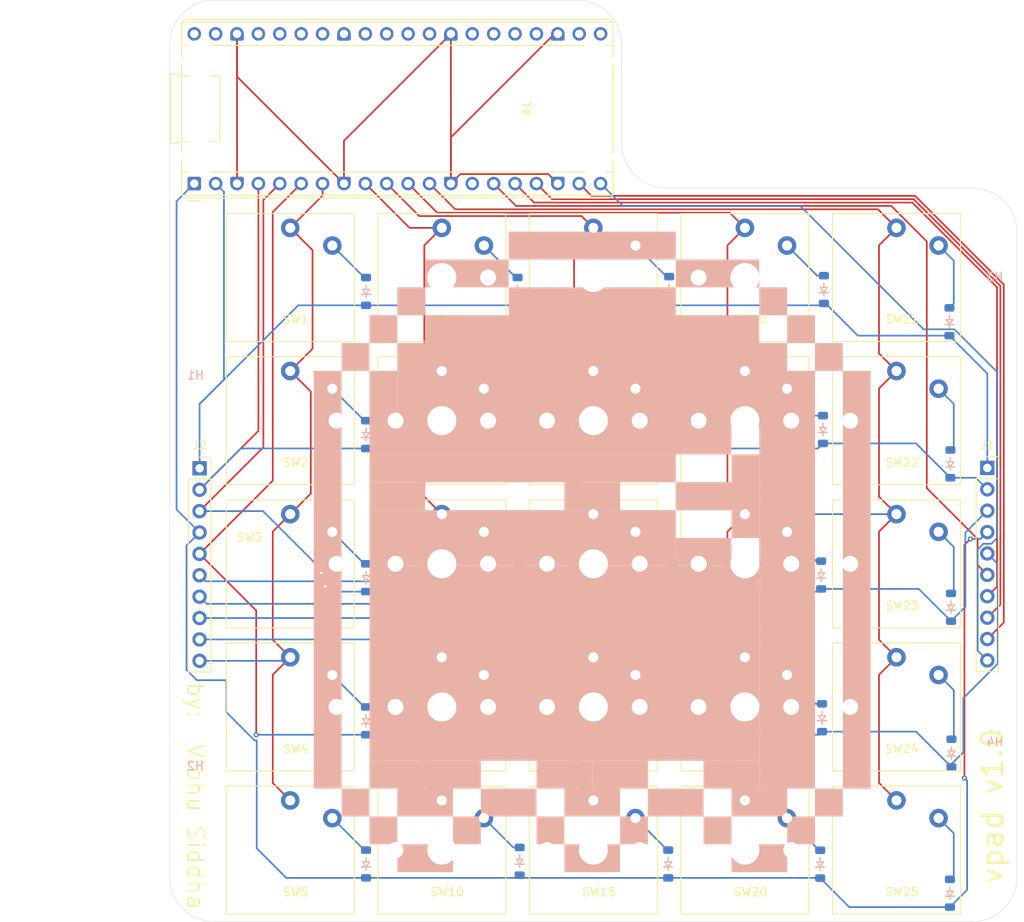
<source format=kicad_pcb>
(kicad_pcb (version 20241229) (generator "pcbnew") (generator_version "9.0")
  (layers (0 "F.Cu" signal) (2 "B.Cu" signal) (13 "F.Paste" user) (15 "B.Paste" user) (5 "F.SilkS" user "F.Silkscreen") (7 "B.SilkS" user "B.Silkscreen") (1 "F.Mask" user) (3 "B.Mask" user) (25 "Edge.Cuts" user))
  (net 0 "")
  (net 1 "COL3")
  (net 2 "Net-(A1-GND-Pad13)")
  (net 3 "ROW5")
  (net 4 "COL2")
  (net 5 "COL5")
  (net 7 "ROW4")
  (net 10 "ROW1")
  (net 11 "ROW2")
  (net 14 "ROW3")
  (net 15 "COL1")
  (net 17 "COL4")
  (net 22 "Net-(D1-A)")
  (net 23 "Net-(D2-A)")
  (net 24 "Net-(D3-A)")
  (net 25 "Net-(D4-A)")
  (net 26 "Net-(D5-A)")
  (net 27 "Net-(D6-A)")
  (net 28 "Net-(D7-A)")
  (net 29 "Net-(D8-A)")
  (net 30 "Net-(D9-A)")
  (net 31 "Net-(D10-A)")
  (net 32 "Net-(D11-A)")
  (net 33 "Net-(D12-A)")
  (net 34 "Net-(D13-A)")
  (net 35 "Net-(D14-A)")
  (net 36 "Net-(D15-A)")
  (net 37 "Net-(D16-A)")
  (net 38 "Net-(D17-A)")
  (net 39 "Net-(D18-A)")
  (net 40 "Net-(D19-A)")
  (net 41 "Net-(D20-A)")
  (net 42 "Net-(D21-A)")
  (net 43 "Net-(D22-A)")
  (net 44 "Net-(D23-A)")
  (net 45 "Net-(D24-A)")
  (net 46 "Net-(D25-A)")
  (net 55 "COL9")
  (net 56 "COL8")
  (net 57 "COL7")
  (net 58 "COL10")
  (net 59 "COL6")
  (footprint "ScottoKeebs_Choc:Choc_V1_1.00u" (layer "F.Cu") (at 80.66 77.865)
    (property "Reference" "SW7")
    (property "Value" "SW_Push_45deg" (hide yes))
  )
  (footprint "ScottoKeebs_Choc:Choc_V1_1.00u" (layer "F.Cu") (at 80.66 60.865)
    (property "Reference" "SW6")
    (property "Value" "SW_Push_45deg" (hide yes))
  )
  (footprint "ScottoKeebs_Choc:Choc_V1_1.00u" (layer "F.Cu") (at 62.66 128.865)
    (property "Reference" "SW5")
    (property "Value" "SW_Push_45deg" (hide yes))
  )
  (footprint "ScottoKeebs_Choc:Choc_V1_1.00u" (layer "F.Cu") (at 116.66 111.865)
    (property "Reference" "SW19")
    (property "Value" "SW_Push_45deg" (hide yes))
  )
  (footprint "Module:RaspberryPi_Pico_Common_THT" (layer "F.Cu") (at 51.26 49.705 90)
    (property "Reference" "A1")
    (property "Value" "RaspberryPi_Pico" (hide yes))
  )
  (footprint "ScottoKeebs_Choc:Choc_V1_1.00u" (layer "F.Cu") (at 134.66 128.865)
    (property "Reference" "SW25")
    (property "Value" "SW_Push_45deg" (hide yes))
  )
  (footprint "ScottoKeebs_Choc:Choc_V1_1.00u" (layer "F.Cu") (at 134.66 77.865)
    (property "Reference" "SW22")
    (property "Value" "SW_Push_45deg" (hide yes))
  )
  (footprint "ScottoKeebs_Choc:Choc_V1_1.00u" (layer "F.Cu") (at 80.66 128.865)
    (property "Reference" "SW10")
    (property "Value" "SW_Push_45deg" (hide yes))
  )
  (footprint "ScottoKeebs_Choc:Choc_V1_1.00u" (layer "F.Cu") (at 62.66 60.865)
    (property "Reference" "SW1")
    (property "Value" "SW_Push_45deg" (hide yes))
  )
  (footprint "Connector_PinSocket_2.54mm:PinSocket_1x10_P2.54mm_Vertical" (layer "F.Cu") (at 145.45 83.475)
    (property "Reference" "J1")
    (property "Value" "Conn_01x10_Socket" (hide yes))
  )
  (footprint "ScottoKeebs_Choc:Choc_V1_1.00u" (layer "F.Cu") (at 116.66 128.865)
    (property "Reference" "SW20")
    (property "Value" "SW_Push_45deg" (hide yes))
  )
  (footprint "ScottoKeebs_Choc:Choc_V1_1.00u" (layer "F.Cu") (at 116.66 94.865)
    (property "Reference" "SW18")
    (property "Value" "SW_Push_45deg" (hide yes))
  )
  (footprint "ScottoKeebs_Choc:Choc_V1_1.00u" (layer "F.Cu") (at 80.66 111.865)
    (property "Reference" "SW9")
    (property "Value" "SW_Push_45deg" (hide yes))
  )
  (footprint "ScottoKeebs_Choc:Choc_V1_1.00u" (layer "F.Cu") (at 134.66 111.865)
    (property "Reference" "SW24")
    (property "Value" "SW_Push_45deg" (hide yes))
  )
  (footprint "ScottoKeebs_Choc:Choc_V1_1.00u" (layer "F.Cu") (at 62.66 77.865)
    (property "Reference" "SW2")
    (property "Value" "SW_Push_45deg" (hide yes))
  )
  (footprint "ScottoKeebs_Choc:Choc_V1_1.00u" (layer "F.Cu") (at 80.66 94.865)
    (property "Reference" "SW8")
    (property "Value" "SW_Push_45deg" (hide yes))
  )
  (footprint "ScottoKeebs_Choc:Choc_V1_1.00u" (layer "F.Cu") (at 116.66 60.865)
    (property "Reference" "SW16")
    (property "Value" "SW_Push_45deg" (hide yes))
  )
  (footprint "ScottoKeebs_Choc:Choc_V1_1.00u" (layer "F.Cu") (at 116.66 77.865)
    (property "Reference" "SW17")
    (property "Value" "SW_Push_45deg" (hide yes))
  )
  (footprint "ScottoKeebs_Choc:Choc_V1_1.00u" (layer "F.Cu") (at 134.66 94.865)
    (property "Reference" "SW23")
    (property "Value" "SW_Push_45deg" (hide yes))
  )
  (footprint "ScottoKeebs_Choc:Choc_V1_1.00u" (layer "F.Cu") (at 98.66 128.865)
    (property "Reference" "SW15")
    (property "Value" "SW_Push_45deg" (hide yes))
  )
  (footprint "Connector_PinSocket_2.54mm:PinSocket_1x10_P2.54mm_Vertical" (layer "F.Cu") (at 51.89 83.525)
    (property "Reference" "J2")
    (property "Value" "Conn_01x10_Socket" (hide yes))
  )
  (footprint "ScottoKeebs_Choc:Choc_V1_1.00u" (layer "F.Cu") (at 98.66 111.865)
    (property "Reference" "SW14")
    (property "Value" "SW_Push_45deg" (hide yes))
  )
  (footprint "ScottoKeebs_Choc:Choc_V1_1.00u" (layer "F.Cu") (at 134.66 60.865)
    (property "Reference" "SW21")
    (property "Value" "SW_Push_45deg" (hide yes))
  )
  (footprint "ScottoKeebs_Choc:Choc_V1_1.00u" (layer "F.Cu") (at 62.66 94.865)
    (property "Reference" "SW3")
    (property "Value" "SW_Push_45deg" (hide yes))
  )
  (footprint "ScottoKeebs_Choc:Choc_V1_1.00u" (layer "F.Cu") (at 62.66 111.865)
    (property "Reference" "SW4")
    (property "Value" "SW_Push_45deg" (hide yes))
  )
  (footprint "ScottoKeebs_Choc:Choc_V1_1.00u" (layer "F.Cu") (at 98.66 60.865)
    (property "Reference" "SW11")
    (property "Value" "SW_Push_45deg" (hide yes))
  )
  (footprint "ScottoKeebs_Choc:Choc_V1_1.00u" (layer "F.Cu") (at 98.66 94.865)
    (property "Reference" "SW13")
    (property "Value" "SW_Push_45deg" (hide yes))
  )
  (footprint "ScottoKeebs_Choc:Choc_V1_1.00u" (layer "F.Cu") (at 98.66 77.865)
    (property "Reference" "SW12")
    (property "Value" "SW_Push_45deg" (hide yes))
  )
  (footprint "ScottoKeebs_Components:Diode_SOD-123" (layer "B.Cu") (at 89.74 96.545 90)
    (property "Reference" "D8" (hide yes))
    (property "Value" "D" (hide yes))
  )
  (footprint "ScottoKeebs_Components:Diode_SOD-123" (layer "B.Cu") (at 107.66 62.405 90)
    (property "Reference" "D11" (hide yes))
    (property "Value" "D" (hide yes))
  )
  (footprint "ScottoKeebs_Components:Diode_SOD-123" (layer "B.Cu") (at 89.91 113.295 90)
    (property "Reference" "D9" (hide yes))
    (property "Value" "D" (hide yes))
  )
  (footprint "ScottoKeebs_Components:Diode_SOD-123" (layer "B.Cu") (at 141.06 82.995 90)
    (property "Reference" "D22" (hide yes))
    (property "Value" "D" (hide yes))
  )
  (footprint "ScottoKeebs_Components:Diode_SOD-123" (layer "B.Cu") (at 140.95 66.115 90)
    (property "Reference" "D21" (hide yes))
    (property "Value" "D" (hide yes))
  )
  (footprint "ScottoKeebs_Components:Diode_SOD-123" (layer "B.Cu") (at 71.66 62.515 90)
    (property "Reference" "D1" (hide yes))
    (property "Value" "D" (hide yes))
  )
  (footprint "ScottoKeebs_Components:Diode_SOD-123" (layer "B.Cu") (at 71.66 96.515 90)
    (property "Reference" "D3" (hide yes))
    (property "Value" "D" (hide yes))
  )
  (footprint "MountingHole:MountingHole_3.2mm_M3" (layer "B.Cu") (at 51.41 68.3025)
    (property "Reference" "H1")
    (property "Value" "MountingHole" (hide yes))
  )
  (footprint "ScottoKeebs_Components:Diode_SOD-123" (layer "B.Cu") (at 125.82 113.145 90)
    (property "Reference" "D19" (hide yes))
    (property "Value" "D" (hide yes))
  )
  (footprint "ScottoKeebs_Components:Diode_SOD-123" (layer "B.Cu") (at 107.55 130.515 90)
    (property "Reference" "D15" (hide yes))
    (property "Value" "D" (hide yes))
  )
  (footprint "MountingHole:MountingHole_3.2mm_M3" (layer "B.Cu") (at 51.39 114.715)
    (property "Reference" "H2")
    (property "Value" "MountingHole" (hide yes))
  )
  (footprint "ScottoKeebs_Components:Diode_SOD-123" (layer "B.Cu") (at 141.01 133.985 90)
    (property "Reference" "D25" (hide yes))
    (property "Value" "D" (hide yes))
  )
  (footprint "ScottoKeebs_Components:Diode_SOD-123" (layer "B.Cu") (at 71.66 130.515 90)
    (property "Reference" "D5" (hide yes))
    (property "Value" "D" (hide yes))
  )
  (footprint "ScottoKeebs_Components:Diode_SOD-123" (layer "B.Cu") (at 141.14 100.025 90)
    (property "Reference" "D23" (hide yes))
    (property "Value" "D" (hide yes))
  )
  (footprint "ScottoKeebs_Components:Diode_SOD-123" (layer "B.Cu") (at 89.91 130.195 90)
    (property "Reference" "D10" (hide yes))
    (property "Value" "D" (hide yes))
  )
  (footprint "ScottoKeebs_Components:Diode_SOD-123" (layer "B.Cu") (at 125.93 78.915 90)
    (property "Reference" "D17" (hide yes))
    (property "Value" "D" (hide yes))
  )
  (footprint "ScottoKeebs_Components:Diode_SOD-123" (layer "B.Cu") (at 126.04 62.295 90)
    (property "Reference" "D16" (hide yes))
    (property "Value" "D" (hide yes))
  )
  (footprint "ScottoKeebs_Components:Diode_SOD-123" (layer "B.Cu") (at 71.66 113.515 90)
    (property "Reference" "D4" (hide yes))
    (property "Value" "D" (hide yes))
  )
  (footprint "ScottoKeebs_Components:Diode_SOD-123" (layer "B.Cu") (at 125.71 96.195 90)
    (property "Reference" "D18" (hide yes))
    (property "Value" "D" (hide yes))
  )
  (footprint "ScottoKeebs_Components:Diode_SOD-123" (layer "B.Cu") (at 141.19 117.345 90)
    (property "Reference" "D24" (hide yes))
    (property "Value" "D" (hide yes))
  )
  (footprint "MountingHole:MountingHole_3.2mm_M3" (layer "B.Cu") (at 146.35 111.855)
    (property "Reference" "H4")
    (property "Value" "MountingHole" (hide yes))
  )
  (footprint "ScottoKeebs_Components:Diode_SOD-123" (layer "B.Cu") (at 89.72 79.435 90)
    (property "Reference" "D7" (hide yes))
    (property "Value" "D" (hide yes))
  )
  (footprint "ScottoKeebs_Components:Diode_SOD-123" (layer "B.Cu") (at 107.94 96.385 90)
    (property "Reference" "D13" (hide yes))
    (property "Value" "D" (hide yes))
  )
  (footprint "ScottoKeebs_Components:Diode_SOD-123" (layer "B.Cu") (at 107.72 113.035 90)
    (property "Reference" "D14" (hide yes))
    (property "Value" "D" (hide yes))
  )
  (footprint "ScottoKeebs_Components:Diode_SOD-123" (layer "B.Cu") (at 125.6 130.535 90)
    (property "Reference" "D20" (hide yes))
    (property "Value" "D" (hide yes))
  )
  (footprint "ScottoKeebs_Components:Diode_SOD-123" (layer "B.Cu") (at 107.78 79.155 90)
    (property "Reference" "D12" (hide yes))
    (property "Value" "D" (hide yes))
  )
  (footprint "ScottoKeebs_Components:Diode_SOD-123" (layer "B.Cu") (at 89.66 62.515 90)
    (property "Reference" "D6" (hide yes))
    (property "Value" "D" (hide yes))
  )
  (footprint "MountingHole:MountingHole_3.2mm_M3" (layer "B.Cu") (at 146.33 56.635)
    (property "Reference" "H3")
    (property "Value" "MountingHole" (hide yes))
  )
  (footprint "ScottoKeebs_Components:Diode_SOD-123" (layer "B.Cu") (at 71.66 79.515 90)
    (property "Reference" "D2" (hide yes))
    (property "Value" "D" (hide yes))
  )
  (gr_poly (pts (xy 108.446458 88.49) (xy 115.06104 88.49) (xy 115.06104 85.182708) (xy 108.446458 85.182708)) (fill yes) (layer "B.SilkS"))
  (gr_poly (pts (xy 115.06104 124.870205) (xy 121.675624 124.870205) (xy 121.675624 121.562915) (xy 115.06104 121.562915)) (fill yes) (layer "B.SilkS"))
  (gr_poly (pts (xy 72.066253 68.646251) (xy 75.373543 68.646251) (xy 75.373543 65.338959) (xy 72.066253 65.338959)) (fill yes) (layer "B.SilkS"))
  (gr_poly (pts (xy 72.066253 95.104583) (xy 108.446458 95.104583) (xy 108.446458 88.49) (xy 72.066253 88.49)) (fill yes) (layer "B.SilkS"))
  (gr_poly (pts (xy 111.753749 128.1775) (xy 115.06104 128.1775) (xy 115.06104 124.870205) (xy 111.753749 124.870205)) (fill yes) (layer "B.SilkS"))
  (gr_poly (pts (xy 95.21729 88.49) (xy 101.831875 88.49) (xy 101.831875 85.182708) (xy 95.21729 85.182708)) (fill yes) (layer "B.SilkS"))
  (gr_poly (pts (xy 75.373543 131.48479) (xy 81.988128 131.48479) (xy 81.988128 128.1775) (xy 75.373543 128.1775)) (fill yes) (layer "B.SilkS"))
  (gr_poly (pts (xy 72.066253 121.562915) (xy 78.680833 121.562915) (xy 78.680833 118.255625) (xy 72.066253 118.255625)) (fill yes) (layer "B.SilkS"))
  (gr_poly (pts (xy 95.21729 124.870205) (xy 101.831875 124.870205) (xy 101.831875 121.562915) (xy 95.21729 121.562915)) (fill yes) (layer "B.SilkS"))
  (gr_poly (pts (xy 121.675624 128.1775) (xy 124.982915 128.1775) (xy 124.982915 124.870205) (xy 121.675624 124.870205)) (fill yes) (layer "B.SilkS"))
  (gr_poly (pts (xy 124.982915 71.953543) (xy 128.290206 71.953543) (xy 128.290206 68.646251) (xy 124.982915 68.646251)) (fill yes) (layer "B.SilkS"))
  (gr_poly (pts (xy 108.446458 95.104583) (xy 115.06104 95.104583) (xy 115.06104 91.797293) (xy 108.446458 91.797293)) (fill yes) (layer "B.SilkS"))
  (gr_poly (pts (xy 105.139165 124.870205) (xy 111.753749 124.870205) (xy 111.753749 121.562915) (xy 105.139165 121.562915)) (fill yes) (layer "B.SilkS"))
  (gr_poly (pts (xy 65.451668 121.562915) (xy 68.758958 121.562915) (xy 68.758958 71.953543) (xy 65.451668 71.953543)) (fill yes) (layer "B.SilkS"))
  (gr_poly (pts (xy 75.373543 124.870205) (xy 81.988128 124.870205) (xy 81.988128 121.562915) (xy 75.373543 121.562915)) (fill yes) (layer "B.SilkS"))
  (gr_poly (pts (xy 118.368332 121.562915) (xy 124.982915 121.562915) (xy 124.982915 71.953543) (xy 118.368332 71.953543)) (fill yes) (layer "B.SilkS"))
  (gr_poly (pts (xy 78.680833 121.562915) (xy 85.295418 121.562915) (xy 85.295418 118.255625) (xy 78.680833 118.255625)) (fill yes) (layer "B.SilkS"))
  (gr_poly (pts (xy 118.368332 65.338959) (xy 121.675624 65.338959) (xy 121.675624 62.031668) (xy 118.368332 62.031668)) (fill yes) (layer "B.SilkS"))
  (gr_poly (pts (xy 75.373543 78.568125) (xy 81.988128 78.568125) (xy 81.988128 68.646251) (xy 75.373543 68.646251)) (fill yes) (layer "B.SilkS"))
  (gr_poly (pts (xy 78.680833 62.031668) (xy 88.602708 62.031668) (xy 88.602708 58.724377) (xy 78.680833 58.724377)) (fill yes) (layer "B.SilkS"))
  (gr_poly (pts (xy 91.91 128.1775) (xy 95.21729 128.1775) (xy 95.21729 124.870205) (xy 91.91 124.870205)) (fill yes) (layer "B.SilkS"))
  (gr_poly (pts (xy 115.06104 131.48479) (xy 121.675624 131.48479) (xy 121.675624 128.1775) (xy 115.06104 128.1775)) (fill yes) (layer "B.SilkS"))
  (gr_poly (pts (xy 88.602708 75.260834) (xy 108.446458 75.260834) (xy 108.446458 62.031668) (xy 88.602708 62.031668)) (fill yes) (layer "B.SilkS"))
  (gr_poly (pts (xy 95.21729 131.48479) (xy 101.831875 131.48479) (xy 101.831875 128.1775) (xy 95.21729 128.1775)) (fill yes) (layer "B.SilkS"))
  (gr_poly (pts (xy 75.373543 65.338959) (xy 78.680833 65.338959) (xy 78.680833 62.031668) (xy 75.373543 62.031668)) (fill yes) (layer "B.SilkS"))
  (gr_poly (pts (xy 72.066253 88.49) (xy 78.680833 88.49) (xy 78.680833 85.182708) (xy 72.066253 85.182708)) (fill yes) (layer "B.SilkS"))
  (gr_poly (pts (xy 72.066253 81.875418) (xy 115.06104 81.875418) (xy 115.06104 78.568125) (xy 72.066253 78.568125)) (fill yes) (layer "B.SilkS"))
  (gr_poly (pts (xy 98.524583 121.562915) (xy 105.139165 121.562915) (xy 105.139165 118.255625) (xy 98.524583 118.255625)) (fill yes) (layer "B.SilkS"))
  (gr_poly (pts (xy 108.446458 62.031668) (xy 118.368332 62.031668) (xy 118.368332 58.724377) (xy 108.446458 58.724377)) (fill yes) (layer "B.SilkS"))
  (gr_poly (pts (xy 108.446458 88.49) (xy 115.06104 88.49) (xy 115.06104 85.182708) (xy 108.446458 85.182708)) (fill yes) (layer "B.SilkS"))
  (gr_poly (pts (xy 115.06104 91.797293) (xy 118.368332 91.797293) (xy 118.368332 81.875418) (xy 115.06104 81.875418)) (fill yes) (layer "B.SilkS"))
  (gr_poly (pts (xy 72.066253 78.568125) (xy 75.373543 78.568125) (xy 75.373543 71.953543) (xy 72.066253 71.953543)) (fill yes) (layer "B.SilkS"))
  (gr_poly (pts (xy 68.758958 124.870205) (xy 72.066253 124.870205) (xy 72.066253 121.562915) (xy 68.758958 121.562915)) (fill yes) (layer "B.SilkS"))
  (gr_poly (pts (xy 78.680833 78.568125) (xy 118.368332 78.568125) (xy 118.368332 65.338959) (xy 78.680833 65.338959)) (fill yes) (layer "B.SilkS"))
  (gr_poly (pts (xy 121.675624 68.646251) (xy 124.982915 68.646251) (xy 124.982915 65.338959) (xy 121.675624 65.338959)) (fill yes) (layer "B.SilkS"))
  (gr_poly (pts (xy 72.066253 128.1775) (xy 75.373543 128.1775) (xy 75.373543 124.870205) (xy 72.066253 124.870205)) (fill yes) (layer "B.SilkS"))
  (gr_poly (pts (xy 111.753749 121.562915) (xy 118.368332 121.562915) (xy 118.368332 118.255625) (xy 111.753749 118.255625)) (fill yes) (layer "B.SilkS"))
  (gr_poly (pts (xy 115.06104 78.568125) (xy 121.675624 78.568125) (xy 121.675624 68.646251) (xy 115.06104 68.646251)) (fill yes) (layer "B.SilkS"))
  (gr_poly (pts (xy 72.066253 85.182708) (xy 108.446458 85.182708) (xy 108.446458 81.875418) (xy 72.066253 81.875418)) (fill yes) (layer "B.SilkS"))
  (gr_poly (pts (xy 128.290206 121.562915) (xy 131.597498 121.562915) (xy 131.597498 71.953543) (xy 128.290206 71.953543)) (fill yes) (layer "B.SilkS"))
  (gr_poly (pts (xy 85.295418 124.870205) (xy 91.91 124.870205) (xy 91.91 121.562915) (xy 85.295418 121.562915)) (fill yes) (layer "B.SilkS"))
  (gr_poly (pts (xy 124.982915 124.870205) (xy 128.290206 124.870205) (xy 128.290206 121.562915) (xy 124.982915 121.562915)) (fill yes) (layer "B.SilkS"))
  (gr_poly (pts (xy 68.758958 71.953543) (xy 72.066253 71.953543) (xy 72.066253 68.646251) (xy 68.758958 68.646251)) (fill yes) (layer "B.SilkS"))
  (gr_poly (pts (xy 88.602708 58.724377) (xy 108.446458 58.724377) (xy 108.446458 55.417085) (xy 88.602708 55.417085)) (fill yes) (layer "B.SilkS"))
  (gr_poly (pts (xy 101.831875 128.1775) (xy 105.139165 128.1775) (xy 105.139165 124.870205) (xy 101.831875 124.870205)) (fill yes) (layer "B.SilkS"))
  (gr_poly (pts (xy 72.066253 118.255625) (xy 118.368332 118.255625) (xy 118.368332 95.104583) (xy 72.066253 95.104583)) (fill yes) (layer "B.SilkS"))
  (gr_poly (pts (xy 91.91 121.562915) (xy 98.524583 121.562915) (xy 98.524583 118.255625) (xy 91.91 118.255625)) (fill yes) (layer "B.SilkS"))
  (gr_poly (pts (xy 81.988128 128.1775) (xy 85.295418 128.1775) (xy 85.295418 124.870205) (xy 81.988128 124.870205)) (fill yes) (layer "B.SilkS"))
  (gr_arc (start 148.9725 132.0525) (mid 147.416505 135.809005) (end 143.66 137.365) (stroke (width 0.05)) (layer "Edge.Cuts"))
  (gr_arc (start 48.3475 33.24) (mid 49.903495 29.483495) (end 53.66 27.9275) (stroke (width 0.05)) (layer "Edge.Cuts"))
  (gr_line (start 53.66 137.365) (end 143.66 137.365) (stroke (width 0.05)) (layer "Edge.Cuts"))
  (gr_arc (start 53.66 137.365) (mid 49.903495 135.809005) (end 48.3475 132.0525) (stroke (width 0.05)) (layer "Edge.Cuts"))
  (gr_line (start 53.66 27.9275) (end 96.7225 27.9275) (stroke (width 0.05)) (layer "Edge.Cuts"))
  (gr_arc (start 107.3475 50.24) (mid 103.590995 48.684005) (end 102.035 44.9275) (stroke (width 0.05)) (layer "Edge.Cuts"))
  (gr_arc (start 143.66 50.24) (mid 147.416505 51.795995) (end 148.9725 55.5525) (stroke (width 0.05)) (layer "Edge.Cuts"))
  (gr_arc (start 96.7225 27.9275) (mid 100.479005 29.483495) (end 102.035 33.24) (stroke (width 0.05)) (layer "Edge.Cuts"))
  (gr_line (start 148.9725 55.5525) (end 148.9725 132.0525) (stroke (width 0.05)) (layer "Edge.Cuts"))
  (gr_line (start 48.3475 33.24) (end 48.3475 132.0525) (stroke (width 0.05)) (layer "Edge.Cuts"))
  (gr_line (start 107.3475 50.24) (end 143.66 50.24) (stroke (width 0.05)) (layer "Edge.Cuts"))
  (gr_line (start 102.035 33.24) (end 102.035 44.9275) (stroke (width 0.05)) (layer "Edge.Cuts"))
  (gr_text "by:  Vibhu Siddha" (at 50.24 108.785 270) (layer "F.SilkS") (effects (font (size 2 2) (thickness 0.2)) (justify left bottom)))
  (gr_text "vpad v1.0\n" (at 147.5 133.055 90) (layer "F.SilkS") (effects (font (size 2.5 2.5) (thickness 0.3)) (justify left bottom)))
  (segment (start 96.37 57.255) (end 96.37 69.675) (width 0.2) (layer "F.Cu") (net 1))
  (segment (start 77.979 53.564) (end 74.12 49.705) (width 0.2) (layer "F.Cu") (net 1))
  (segment (start 98.66 105.965) (end 96.584 103.889) (width 0.2) (layer "F.Cu") (net 1))
  (segment (start 96.584 120.889) (end 98.66 122.965) (width 0.2) (layer "F.Cu") (net 1))
  (segment (start 98.66 71.965) (end 96.584 74.041) (width 0.2) (layer "F.Cu") (net 1))
  (segment (start 96.584 91.041) (end 98.66 88.965) (width 0.2) (layer "F.Cu") (net 1))
  (segment (start 98.66 54.965) (end 97.259 53.564) (width 0.2) (layer "F.Cu") (net 1))
  (segment (start 98.66 54.965) (end 96.37 57.255) (width 0.2) (layer "F.Cu") (net 1))
  (segment (start 96.584 103.889) (end 96.584 91.041) (width 0.2) (layer "F.Cu") (net 1))
  (segment (start 96.584 74.041) (end 96.584 86.889) (width 0.2) (layer "F.Cu") (net 1))
  (segment (start 96.584 86.889) (end 98.66 88.965) (width 0.2) (layer "F.Cu") (net 1))
  (segment (start 96.584 108.041) (end 96.584 120.889) (width 0.2) (layer "F.Cu") (net 1))
  (segment (start 96.37 69.675) (end 98.66 71.965) (width 0.2) (layer "F.Cu") (net 1))
  (segment (start 98.66 105.965) (end 96.584 108.041) (width 0.2) (layer "F.Cu") (net 1))
  (segment (start 97.259 53.564) (end 77.979 53.564) (width 0.2) (layer "F.Cu") (net 1))
  (segment (start 51.89 101.305) (end 94 101.305) (width 0.2) (layer "B.Cu") (net 1))
  (segment (start 94 101.305) (end 98.66 105.965) (width 0.2) (layer "B.Cu") (net 1))
  (segment (start 56.34 49.705) (end 56.34 31.925) (width 0.2) (layer "F.Cu") (net 2))
  (segment (start 69.04 49.705) (end 69.04 44.625) (width 0.2) (layer "F.Cu") (net 2))
  (segment (start 69.04 44.625) (end 81.74 31.925) (width 0.2) (layer "F.Cu") (net 2))
  (segment (start 81.74 44.222164) (end 94.037164 31.925) (width 0.2) (layer "F.Cu") (net 2))
  (segment (start 93.31 48.575) (end 82.87 48.575) (width 0.2) (layer "F.Cu") (net 2))
  (segment (start 56.34 31.925) (end 56.34 37.005) (width 0.2) (layer "F.Cu") (net 2))
  (segment (start 81.74 49.705) (end 81.74 44.222164) (width 0.2) (layer "F.Cu") (net 2))
  (segment (start 94.037164 31.925) (end 94.44 31.925) (width 0.2) (layer "F.Cu") (net 2))
  (segment (start 94.44 49.705) (end 93.31 48.575) (width 0.2) (layer "F.Cu") (net 2))
  (segment (start 82.87 48.575) (end 81.74 49.705) (width 0.2) (layer "F.Cu") (net 2))
  (segment (start 56.34 37.005) (end 69.04 49.705) (width 0.2) (layer "F.Cu") (net 2))
  (segment (start 81.74 31.925) (end 81.74 49.705) (width 0.2) (layer "F.Cu") (net 2))
  (segment (start 142.73 120.315) (end 142.73 92.615) (width 0.2) (layer "F.Cu") (net 3))
  (segment (start 142.73 92.615) (end 143.44 91.905) (width 0.2) (layer "F.Cu") (net 3))
  (via (at 143.44 91.905) (size 0.6) (drill 0.3) (layers "F.Cu" "B.Cu") (net 3))
  (via (at 142.73 120.315) (size 0.6) (drill 0.3) (layers "F.Cu" "B.Cu") (net 3))
  (segment (start 49.16 51.805) (end 51.26 49.705) (width 0.2) (layer "B.Cu") (net 3))
  (segment (start 51.89 91.145) (end 49.16 88.415) (width 0.2) (layer "B.Cu") (net 3))
  (segment (start 143.053428 133.591572) (end 143.053428 120.638428) (width 0.2) (layer "B.Cu") (net 3))
  (segment (start 55.05 108.685) (end 51.573008 108.685) (width 0.2) (layer "B.Cu") (net 3))
  (segment (start 125.58 132.165) (end 125.6 132.185) (width 0.2) (layer "B.Cu") (net 3))
  (segment (start 51.89 91.145) (end 50.338 92.697) (width 0.2) (layer "B.Cu") (net 3))
  (segment (start 51.573008 108.685) (end 50.338 107.449992) (width 0.2) (layer "B.Cu") (net 3))
  (segment (start 50.338 92.697) (end 50.338 107.449992) (width 0.2) (layer "B.Cu") (net 3))
  (segment (start 55.05 112.465) (end 55.05 108.685) (width 0.2) (layer "B.Cu") (net 3))
  (segment (start 58.68 128.655) (end 62.19 132.165) (width 0.2) (layer "B.Cu") (net 3))
  (segment (start 144.64 91.905) (end 145.45 91.095) (width 0.2) (layer "B.Cu") (net 3))
  (segment (start 141.01 135.635) (end 129.05 135.635) (width 0.2) (layer "B.Cu") (net 3))
  (segment (start 62.19 132.165) (end 71.66 132.165) (width 0.2) (layer "B.Cu") (net 3))
  (segment (start 71.66 132.165) (end 125.58 132.165) (width 0.2) (layer "B.Cu") (net 3))
  (segment (start 143.44 91.905) (end 144.64 91.905) (width 0.2) (layer "B.Cu") (net 3))
  (segment (start 143.053428 120.638428) (end 142.73 120.315) (width 0.2) (layer "B.Cu") (net 3))
  (segment (start 49.16 88.415) (end 49.16 51.805) (width 0.2) (layer "B.Cu") (net 3))
  (segment (start 129.05 135.635) (end 125.6 132.185) (width 0.2) (layer "B.Cu") (net 3))
  (segment (start 141.01 135.635) (end 143.053428 133.591572) (width 0.2) (layer "B.Cu") (net 3))
  (segment (start 58.42 115.835) (end 55.05 112.465) (width 0.2) (layer "B.Cu") (net 3))
  (segment (start 58.68 115.835) (end 58.42 115.835) (width 0.2) (layer "B.Cu") (net 3))
  (segment (start 58.68 115.835) (end 58.68 128.655) (width 0.2) (layer "B.Cu") (net 3))
  (segment (start 78.584 103.889) (end 80.66 105.965) (width 0.2) (layer "F.Cu") (net 4))
  (segment (start 78.584 69.889) (end 80.66 71.965) (width 0.2) (layer "F.Cu") (net 4))
  (segment (start 78.584 57.041) (end 78.584 69.889) (width 0.2) (layer "F.Cu") (net 4))
  (segment (start 80.66 88.965) (end 78.584 91.041) (width 0.2) (layer "F.Cu") (net 4))
  (segment (start 80.66 54.965) (end 76.84 54.965) (width 0.2) (layer "F.Cu") (net 4))
  (segment (start 76.84 54.965) (end 71.58 49.705) (width 0.2) (layer "F.Cu") (net 4))
  (segment (start 78.584 91.041) (end 78.584 103.889) (width 0.2) (layer "F.Cu") (net 4))
  (segment (start 78.584 120.889) (end 78.584 108.041) (width 0.2) (layer "F.Cu") (net 4))
  (segment (start 78.584 108.041) (end 80.66 105.965) (width 0.2) (layer "F.Cu") (net 4))
  (segment (start 78.584 74.041) (end 78.584 86.889) (width 0.2) (layer "F.Cu") (net 4))
  (segment (start 78.584 86.889) (end 80.66 88.965) (width 0.2) (layer "F.Cu") (net 4))
  (segment (start 80.66 122.965) (end 78.584 120.889) (width 0.2) (layer "F.Cu") (net 4))
  (segment (start 80.66 71.965) (end 78.584 74.041) (width 0.2) (layer "F.Cu") (net 4))
  (segment (start 80.66 54.965) (end 78.584 57.041) (width 0.2) (layer "F.Cu") (net 4))
  (segment (start 51.89 103.845) (end 78.54 103.845) (width 0.2) (layer "B.Cu") (net 4))
  (segment (start 78.54 103.845) (end 80.66 105.965) (width 0.2) (layer "B.Cu") (net 4))
  (segment (start 132.584 120.889) (end 132.584 108.041) (width 0.2) (layer "F.Cu") (net 5))
  (segment (start 134.66 122.965) (end 132.584 120.889) (width 0.2) (layer "F.Cu") (net 5))
  (segment (start 134.66 54.965) (end 132.584 57.041) (width 0.2) (layer "F.Cu") (net 5))
  (segment (start 132.584 57.041) (end 132.584 69.889) (width 0.2) (layer "F.Cu") (net 5))
  (segment (start 132.584 74.041) (end 134.66 71.965) (width 0.2) (layer "F.Cu") (net 5))
  (segment (start 79.2 49.705) (end 82.257 52.762) (width 0.2) (layer "F.Cu") (net 5))
  (segment (start 132.584 69.889) (end 134.66 71.965) (width 0.2) (layer "F.Cu") (net 5))
  (segment (start 132.584 103.889) (end 134.66 105.965) (width 0.2) (layer "F.Cu") (net 5))
  (segment (start 132.584 108.041) (end 134.66 105.965) (width 0.2) (layer "F.Cu") (net 5))
  (segment (start 132.584 91.041) (end 132.584 103.889) (width 0.2) (layer "F.Cu") (net 5))
  (segment (start 134.66 88.965) (end 132.584 91.041) (width 0.2) (layer "F.Cu") (net 5))
  (segment (start 134.66 88.965) (end 132.584 86.889) (width 0.2) (layer "F.Cu") (net 5))
  (segment (start 132.457 52.762) (end 134.66 54.965) (width 0.2) (layer "F.Cu") (net 5))
  (segment (start 132.584 86.889) (end 132.584 74.041) (width 0.2) (layer "F.Cu") (net 5))
  (segment (start 82.257 52.762) (end 132.457 52.762) (width 0.2) (layer "F.Cu") (net 5))
  (segment (start 121.778686 88.965) (end 134.66 88.965) (width 0.2) (layer "B.Cu") (net 5))
  (segment (start 120.259 94.447314) (end 120.259 90.484686) (width 0.2) (layer "B.Cu") (net 5))
  (segment (start 51.89 96.225) (end 52.606 96.941) (width 0.2) (layer "B.Cu") (net 5))
  (segment (start 120.259 90.484686) (end 121.778686 88.965) (width 0.2) (layer "B.Cu") (net 5))
  (segment (start 52.606 96.941) (end 117.765314 96.941) (width 0.2) (layer "B.Cu") (net 5))
  (segment (start 117.765314 96.941) (end 120.259 94.447314) (width 0.2) (layer "B.Cu") (net 5))
  (segment (start 63.96 49.705) (end 60.584 53.081) (width 0.2) (layer "F.Cu") (net 7))
  (segment (start 51.89 93.685) (end 60.584 84.991) (width 0.2) (layer "F.Cu") (net 7))
  (segment (start 58.620108 115.165) (end 58.620108 100.415108) (width 0.2) (layer "F.Cu") (net 7))
  (segment (start 60.584 84.991) (end 60.584 53.331) (width 0.2) (layer "F.Cu") (net 7))
  (segment (start 58.620108 100.415108) (end 51.89 93.685) (width 0.2) (layer "F.Cu") (net 7))
  (segment (start 60.584 53.081) (end 60.584 53.331) (width 0.2) (layer "F.Cu") (net 7))
  (via (at 58.620108 115.165) (size 0.6) (drill 0.3) (layers "F.Cu" "B.Cu") (net 7))
  (segment (start 141.19 118.995) (end 141.19 118.645) (width 0.2) (layer "B.Cu") (net 7))
  (segment (start 146.69 94.875) (end 146.69 106.725) (width 0.2) (layer "B.Cu") (net 7))
  (segment (start 125.45 115.165) (end 125.82 114.795) (width 0.2) (layer "B.Cu") (net 7))
  (segment (start 146.69 106.725) (end 142.6 110.815) (width 0.2) (layer "B.Cu") (net 7))
  (segment (start 145.45 93.635) (end 146.69 94.875) (width 0.2) (layer "B.Cu") (net 7))
  (segment (start 58.620108 115.165) (end 71.66 115.165) (width 0.2) (layer "B.Cu") (net 7))
  (segment (start 142.6 110.815) (end 142.6 117.235) (width 0.2) (layer "B.Cu") (net 7))
  (segment (start 125.82 114.795) (end 136.99 114.795) (width 0.2) (layer "B.Cu") (net 7))
  (segment (start 136.99 114.795) (end 141.19 118.995) (width 0.2) (layer "B.Cu") (net 7))
  (segment (start 141.19 118.645) (end 142.6 117.235) (width 0.2) (layer "B.Cu") (net 7))
  (segment (start 71.66 115.165) (end 125.45 115.165) (width 0.2) (layer "B.Cu") (net 7))
  (segment (start 54.785 50.69) (end 54.785 72.99) (width 0.2) (layer "B.Cu") (net 10))
  (segment (start 71.66 64.165) (end 125.82 64.165) (width 0.2) (layer "B.Cu") (net 10))
  (segment (start 140.95 67.765) (end 145.45 72.265) (width 0.2) (layer "B.Cu") (net 10))
  (segment (start 51.89 83.525) (end 51.89 75.885) (width 0.2) (layer "B.Cu") (net 10))
  (segment (start 53.8 49.705) (end 54.785 50.69) (width 0.2) (layer "B.Cu") (net 10))
  (segment (start 145.45 72.265) (end 145.45 83.475) (width 0.2) (layer "B.Cu") (net 10))
  (segment (start 126.04 63.945) (end 126.25 63.945) (width 0.2) (layer "B.Cu") (net 10))
  (segment (start 51.89 75.885) (end 63.61 64.165) (width 0.2) (layer "B.Cu") (net 10))
  (segment (start 54.785 72.99) (end 51.89 75.885) (width 0.2) (layer "B.Cu") (net 10))
  (segment (start 125.82 64.165) (end 126.04 63.945) (width 0.2) (layer "B.Cu") (net 10))
  (segment (start 130.07 67.765) (end 140.95 67.765) (width 0.2) (layer "B.Cu") (net 10))
  (segment (start 126.25 63.945) (end 130.07 67.765) (width 0.2) (layer "B.Cu") (net 10))
  (segment (start 63.61 64.165) (end 71.66 64.165) (width 0.2) (layer "B.Cu") (net 10))
  (segment (start 58.88 49.705) (end 58.88 79.075) (width 0.2) (layer "F.Cu") (net 11))
  (segment (start 58.88 79.075) (end 51.89 86.065) (width 0.2) (layer "F.Cu") (net 11))
  (segment (start 125.33 81.165) (end 125.93 80.565) (width 0.2) (layer "B.Cu") (net 11))
  (segment (start 56.79 81.165) (end 71.66 81.165) (width 0.2) (layer "B.Cu") (net 11))
  (segment (start 51.89 86.065) (end 56.79 81.165) (width 0.2) (layer "B.Cu") (net 11))
  (segment (start 141.06 84.645) (end 144.08 84.645) (width 0.2) (layer "B.Cu") (net 11))
  (segment (start 125.93 80.565) (end 136.98 80.565) (width 0.2) (layer "B.Cu") (net 11))
  (segment (start 144.08 84.645) (end 145.45 86.015) (width 0.2) (layer "B.Cu") (net 11))
  (segment (start 71.66 81.165) (end 125.33 81.165) (width 0.2) (layer "B.Cu") (net 11))
  (segment (start 136.98 80.565) (end 141.06 84.645) (width 0.2) (layer "B.Cu") (net 11))
  (segment (start 59.47 81.025) (end 51.89 88.605) (width 0.2) (layer "F.Cu") (net 14))
  (segment (start 61.42 49.705) (end 59.47 51.655) (width 0.2) (layer "F.Cu") (net 14))
  (segment (start 66.33 97.051) (end 66.82 97.541) (width 0.2) (layer "F.Cu") (net 14))
  (segment (start 66.33 95.945) (end 66.33 97.051) (width 0.2) (layer "F.Cu") (net 14))
  (segment (start 59.47 51.655) (end 59.47 81.025) (width 0.2) (layer "F.Cu") (net 14))
  (via (at 66.82 97.541) (size 0.6) (drill 0.3) (layers "F.Cu" "B.Cu") (net 14))
  (via (at 66.33 95.945) (size 0.6) (drill 0.3) (layers "F.Cu" "B.Cu") (net 14))
  (segment (start 125.71 97.845) (end 137.31 97.845) (width 0.2) (layer "B.Cu") (net 14))
  (segment (start 142.84 91.165) (end 145.45 88.555) (width 0.2) (layer "B.Cu") (net 14))
  (segment (start 67.444 98.165) (end 71.66 98.165) (width 0.2) (layer "B.Cu") (net 14))
  (segment (start 66.33 95.515) (end 66.33 95.945) (width 0.2) (layer "B.Cu") (net 14))
  (segment (start 141.14 101.675) (end 142.84 99.975) (width 0.2) (layer "B.Cu") (net 14))
  (segment (start 66.82 97.541) (end 67.444 98.165) (width 0.2) (layer "B.Cu") (net 14))
  (segment (start 59.42 88.605) (end 66.33 95.515) (width 0.2) (layer "B.Cu") (net 14))
  (segment (start 137.31 97.845) (end 141.14 101.675) (width 0.2) (layer "B.Cu") (net 14))
  (segment (start 125.71 97.845) (end 125.39 98.165) (width 0.2) (layer "B.Cu") (net 14))
  (segment (start 71.66 98.165) (end 125.39 98.165) (width 0.2) (layer "B.Cu") (net 14))
  (segment (start 142.84 99.975) (end 142.84 91.165) (width 0.2) (layer "B.Cu") (net 14))
  (segment (start 51.89 88.605) (end 59.42 88.605) (width 0.2) (layer "B.Cu") (net 14))
  (segment (start 65.31 69.315) (end 62.66 71.965) (width 0.2) (layer "F.Cu") (net 15))
  (segment (start 62.66 54.965) (end 66.5 51.125) (width 0.2) (layer "F.Cu") (net 15))
  (segment (start 62.66 71.965) (end 65.1 74.405) (width 0.2) (layer "F.Cu") (net 15))
  (segment (start 62.66 54.965) (end 65.31 57.615) (width 0.2) (layer "F.Cu") (net 15))
  (segment (start 62.66 88.965) (end 60.584 91.041) (width 0.2) (layer "F.Cu") (net 15))
  (segment (start 60.584 120.889) (end 62.66 122.965) (width 0.2) (layer "F.Cu") (net 15))
  (segment (start 66.5 51.125) (end 66.5 49.705) (width 0.2) (layer "F.Cu") (net 15))
  (segment (start 60.584 108.041) (end 60.584 120.889) (width 0.2) (layer "F.Cu") (net 15))
  (segment (start 60.584 103.889) (end 62.66 105.965) (width 0.2) (layer "F.Cu") (net 15))
  (segment (start 65.1 74.405) (end 65.1 86.525) (width 0.2) (layer "F.Cu") (net 15))
  (segment (start 60.584 91.041) (end 60.584 103.889) (width 0.2) (layer "F.Cu") (net 15))
  (segment (start 65.1 86.525) (end 62.66 88.965) (width 0.2) (layer "F.Cu") (net 15))
  (segment (start 65.31 57.615) (end 65.31 69.315) (width 0.2) (layer "F.Cu") (net 15))
  (segment (start 62.66 105.965) (end 60.584 108.041) (width 0.2) (layer "F.Cu") (net 15))
  (segment (start 51.89 106.385) (end 62.24 106.385) (width 0.2) (layer "B.Cu") (net 15))
  (segment (start 62.24 106.385) (end 62.66 105.965) (width 0.2) (layer "B.Cu") (net 15))
  (segment (start 114.584 91.041) (end 114.584 103.889) (width 0.2) (layer "F.Cu") (net 17))
  (segment (start 114.584 120.889) (end 116.66 122.965) (width 0.2) (layer "F.Cu") (net 17))
  (segment (start 114.584 103.889) (end 116.66 105.965) (width 0.2) (layer "F.Cu") (net 17))
  (segment (start 114.584 108.041) (end 114.584 120.889) (width 0.2) (layer "F.Cu") (net 17))
  (segment (start 114.584 69.889) (end 116.66 71.965) (width 0.2) (layer "F.Cu") (net 17))
  (segment (start 114.584 86.889) (end 116.66 88.965) (width 0.2) (layer "F.Cu") (net 17))
  (segment (start 114.584 74.041) (end 114.584 86.889) (width 0.2) (layer "F.Cu") (net 17))
  (segment (start 116.66 105.965) (end 114.584 108.041) (width 0.2) (layer "F.Cu") (net 17))
  (segment (start 116.66 88.965) (end 114.584 91.041) (width 0.2) (layer "F.Cu") (net 17))
  (segment (start 116.66 71.965) (end 114.584 74.041) (width 0.2) (layer "F.Cu") (net 17))
  (segment (start 114.584 57.041) (end 114.584 69.889) (width 0.2) (layer "F.Cu") (net 17))
  (segment (start 76.66 49.705) (end 80.118 53.163) (width 0.2) (layer "F.Cu") (net 17))
  (segment (start 116.66 54.965) (end 114.584 57.041) (width 0.2) (layer "F.Cu") (net 17))
  (segment (start 80.118 53.163) (end 114.858 53.163) (width 0.2) (layer "F.Cu") (net 17))
  (segment (start 114.858 53.163) (end 116.66 54.965) (width 0.2) (layer "F.Cu") (net 17))
  (segment (start 52.74 99.615) (end 110.31 99.615) (width 0.2) (layer "B.Cu") (net 17))
  (segment (start 110.31 99.615) (end 116.66 105.965) (width 0.2) (layer "B.Cu") (net 17))
  (segment (start 51.89 98.765) (end 52.74 99.615) (width 0.2) (layer "B.Cu") (net 17))
  (segment (start 71.46 60.865) (end 71.66 60.865) (width 0.2) (layer "B.Cu") (net 22))
  (segment (start 67.66 57.065) (end 71.46 60.865) (width 0.2) (layer "B.Cu") (net 22))
  (segment (start 71.66 77.865) (end 71.46 77.865) (width 0.2) (layer "B.Cu") (net 23))
  (segment (start 71.46 77.865) (end 67.66 74.065) (width 0.2) (layer "B.Cu") (net 23))
  (segment (start 71.46 94.865) (end 71.66 94.865) (width 0.2) (layer "B.Cu") (net 24))
  (segment (start 67.66 91.065) (end 71.46 94.865) (width 0.2) (layer "B.Cu") (net 24))
  (segment (start 71.46 111.865) (end 67.66 108.065) (width 0.2) (layer "B.Cu") (net 25))
  (segment (start 71.66 111.865) (end 71.46 111.865) (width 0.2) (layer "B.Cu") (net 25))
  (segment (start 71.66 128.865) (end 71.46 128.865) (width 0.2) (layer "B.Cu") (net 26))
  (segment (start 71.46 128.865) (end 67.66 125.065) (width 0.2) (layer "B.Cu") (net 26))
  (segment (start 89.66 60.865) (end 89.46 60.865) (width 0.2) (layer "B.Cu") (net 27))
  (segment (start 89.46 60.865) (end 85.66 57.065) (width 0.2) (layer "B.Cu") (net 27))
  (segment (start 89.38 77.785) (end 85.66 74.065) (width 0.2) (layer "B.Cu") (net 28))
  (segment (start 89.72 77.785) (end 89.38 77.785) (width 0.2) (layer "B.Cu") (net 28))
  (segment (start 89.49 94.895) (end 89.74 94.895) (width 0.2) (layer "B.Cu") (net 29))
  (segment (start 85.66 91.065) (end 89.49 94.895) (width 0.2) (layer "B.Cu") (net 29))
  (segment (start 85.66 108.065) (end 89.24 111.645) (width 0.2) (layer "B.Cu") (net 30))
  (segment (start 89.24 111.645) (end 89.91 111.645) (width 0.2) (layer "B.Cu") (net 30))
  (segment (start 89.14 128.545) (end 89.91 128.545) (width 0.2) (layer "B.Cu") (net 31))
  (segment (start 85.66 125.065) (end 89.14 128.545) (width 0.2) (layer "B.Cu") (net 31))
  (segment (start 107.35 60.755) (end 107.78 60.755) (width 0.2) (layer "B.Cu") (net 32))
  (segment (start 103.66 57.065) (end 107.35 60.755) (width 0.2) (layer "B.Cu") (net 32))
  (segment (start 103.66 74.065) (end 107.1 77.505) (width 0.2) (layer "B.Cu") (net 33))
  (segment (start 107.1 77.505) (end 107.78 77.505) (width 0.2) (layer "B.Cu") (net 33))
  (segment (start 107.94 94.735) (end 107.33 94.735) (width 0.2) (layer "B.Cu") (net 34))
  (segment (start 107.33 94.735) (end 103.66 91.065) (width 0.2) (layer "B.Cu") (net 34))
  (segment (start 106.98 111.385) (end 103.66 108.065) (width 0.2) (layer "B.Cu") (net 35))
  (segment (start 107.72 111.385) (end 106.98 111.385) (width 0.2) (layer "B.Cu") (net 35))
  (segment (start 107.46 128.865) (end 107.55 128.865) (width 0.2) (layer "B.Cu") (net 36))
  (segment (start 103.66 125.065) (end 107.46 128.865) (width 0.2) (layer "B.Cu") (net 36))
  (segment (start 125.24 60.645) (end 121.66 57.065) (width 0.2) (layer "B.Cu") (net 37))
  (segment (start 126.04 60.645) (end 125.24 60.645) (width 0.2) (layer "B.Cu") (net 37))
  (segment (start 125.93 77.265) (end 124.86 77.265) (width 0.2) (layer "B.Cu") (net 38))
  (segment (start 124.86 77.265) (end 121.66 74.065) (width 0.2) (layer "B.Cu") (net 38))
  (segment (start 125.71 94.545) (end 125.14 94.545) (width 0.2) (layer "B.Cu") (net 39))
  (segment (start 125.14 94.545) (end 121.66 91.065) (width 0.2) (layer "B.Cu") (net 39))
  (segment (start 125.09 111.495) (end 125.82 111.495) (width 0.2) (layer "B.Cu") (net 40))
  (segment (start 121.66 108.065) (end 125.09 111.495) (width 0.2) (layer "B.Cu") (net 40))
  (segment (start 121.66 125.065) (end 125.48 128.885) (width 0.2) (layer "B.Cu") (net 41))
  (segment (start 125.48 128.885) (end 125.6 128.885) (width 0.2) (layer "B.Cu") (net 41))
  (segment (start 141.461 58.866) (end 139.66 57.065) (width 0.2) (layer "B.Cu") (net 42))
  (segment (start 140.95 64.465) (end 141.461 63.954) (width 0.2) (layer "B.Cu") (net 42))
  (segment (start 141.461 63.954) (end 141.461 58.866) (width 0.2) (layer "B.Cu") (net 42))
  (segment (start 141.06 81.345) (end 141.461 80.944) (width 0.2) (layer "B.Cu") (net 43))
  (segment (start 141.461 80.944) (end 141.461 75.866) (width 0.2) (layer "B.Cu") (net 43))
  (segment (start 141.461 75.866) (end 139.66 74.065) (width 0.2) (layer "B.Cu") (net 43))
  (segment (start 141.461 92.866) (end 139.66 91.065) (width 0.2) (layer "B.Cu") (net 44))
  (segment (start 141.461 98.054) (end 141.461 92.866) (width 0.2) (layer "B.Cu") (net 44))
  (segment (start 141.14 98.375) (end 141.461 98.054) (width 0.2) (layer "B.Cu") (net 44))
  (segment (start 141.47 109.875) (end 141.47 115.415) (width 0.2) (layer "B.Cu") (net 45))
  (segment (start 139.66 108.065) (end 141.47 109.875) (width 0.2) (layer "B.Cu") (net 45))
  (segment (start 141.47 115.415) (end 141.19 115.695) (width 0.2) (layer "B.Cu") (net 45))
  (segment (start 141.461 126.866) (end 139.66 125.065) (width 0.2) (layer "B.Cu") (net 46))
  (segment (start 141.461 131.884) (end 141.461 126.866) (width 0.2) (layer "B.Cu") (net 46))
  (segment (start 141.01 132.335) (end 141.461 131.884) (width 0.2) (layer "B.Cu") (net 46))
  (segment (start 145.45 98.715) (end 146.601 97.564) (width 0.2) (layer "F.Cu") (net 55))
  (segment (start 91.615 51.96) (end 89.36 49.705) (width 0.2) (layer "F.Cu") (net 55))
  (segment (start 146.601 62.024686) (end 136.536314 51.96) (width 0.2) (layer "F.Cu") (net 55))
  (segment (start 146.601 97.564) (end 146.601 62.024686) (width 0.2) (layer "F.Cu") (net 55))
  (segment (start 136.536314 51.96) (end 91.615 51.96) (width 0.2) (layer "F.Cu") (net 55))
  (segment (start 136.702414 51.559) (end 147.002 61.858586) (width 0.2) (layer "F.Cu") (net 56))
  (segment (start 147.002 99.703) (end 145.45 101.255) (width 0.2) (layer "F.Cu") (net 56))
  (segment (start 91.9 49.705) (end 93.754 51.559) (width 0.2) (layer "F.Cu") (net 56))
  (segment (start 147.002 61.858586) (end 147.002 99.703) (width 0.2) (layer "F.Cu") (net 56))
  (segment (start 93.754 51.559) (end 136.702414 51.559) (width 0.2) (layer "F.Cu") (net 56))
  (segment (start 147.403 101.842) (end 147.403 61.692486) (width 0.2) (layer "F.Cu") (net 57))
  (segment (start 147.403 61.692486) (end 136.868514 51.158) (width 0.2) (layer "F.Cu") (net 57))
  (segment (start 136.868514 51.158) (end 98.433 51.158) (width 0.2) (layer "F.Cu") (net 57))
  (segment (start 145.45 103.795) (end 147.403 101.842) (width 0.2) (layer "F.Cu") (net 57))
  (segment (start 98.433 51.158) (end 96.98 49.705) (width 0.2) (layer "F.Cu") (net 57))
  (segment (start 144.299 91.914057) (end 144.299 95.024) (width 0.2) (layer "F.Cu") (net 58))
  (segment (start 86.82 49.705) (end 89.476 52.361) (width 0.2) (layer "F.Cu") (net 58))
  (segment (start 144.299 95.024) (end 145.45 96.175) (width 0.2) (layer "F.Cu") (net 58))
  (segment (start 138.259 56.582686) (end 138.259 85.874057) (width 0.2) (layer "F.Cu") (net 58))
  (segment (start 89.476 52.361) (end 134.037314 52.361) (width 0.2) (layer "F.Cu") (net 58))
  (segment (start 134.037314 52.361) (end 138.259 56.582686) (width 0.2) (layer "F.Cu") (net 58))
  (segment (start 138.259 85.874057) (end 144.299 91.914057) (width 0.2) (layer "F.Cu") (net 58))
  (segment (start 123.224093 52.365) (end 137.873093 67.014) (width 0.2) (layer "B.Cu") (net 59))
  (segment (start 145.92676 92.484) (end 144.97324 92.484) (width 0.2) (layer "B.Cu") (net 59))
  (segment (start 146.601 91.80976) (end 145.92676 92.484) (width 0.2) (layer "B.Cu") (net 59))
  (segment (start 141.54911 67.014) (end 146.601 72.06589) (width 0.2) (layer "B.Cu") (net 59))
  (segment (start 102.18 52.365) (end 123.224093 52.365) (width 0.2) (layer "B.Cu") (net 59))
  (segment (start 146.601 72.06589) (end 146.601 91.80976) (width 0.2) (layer "B.Cu") (net 59))
  (segment (start 144.299 93.15824) (end 144.299 105.184) (width 0.2) (layer "B.Cu") (net 59))
  (segment (start 137.873093 67.014) (end 141.54911 67.014) (width 0.2) (layer "B.Cu") (net 59))
  (segment (start 99.52 49.705) (end 102.18 52.365) (width 0.2) (layer "B.Cu") (net 59))
  (segment (start 144.299 105.184) (end 145.45 106.335) (width 0.2) (layer "B.Cu") (net 59))
  (segment (start 144.97324 92.484) (end 144.299 93.15824) (width 0.2) (layer "B.Cu") (net 59))
)
</source>
